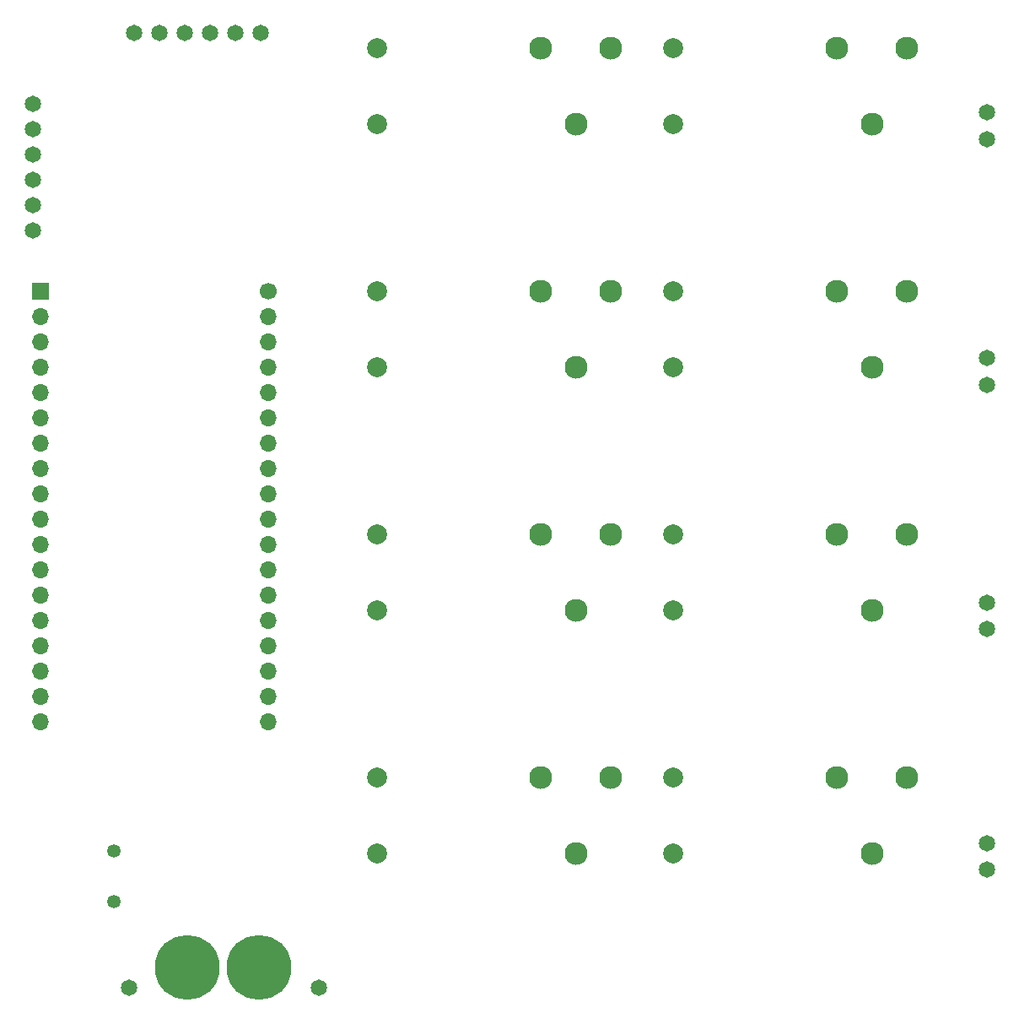
<source format=gbr>
%TF.GenerationSoftware,KiCad,Pcbnew,(5.1.9)-1*%
%TF.CreationDate,2021-06-30T11:05:27-04:00*%
%TF.ProjectId,charging_board_relay,63686172-6769-46e6-975f-626f6172645f,rev?*%
%TF.SameCoordinates,Original*%
%TF.FileFunction,Soldermask,Bot*%
%TF.FilePolarity,Negative*%
%FSLAX46Y46*%
G04 Gerber Fmt 4.6, Leading zero omitted, Abs format (unit mm)*
G04 Created by KiCad (PCBNEW (5.1.9)-1) date 2021-06-30 11:05:27*
%MOMM*%
%LPD*%
G01*
G04 APERTURE LIST*
%ADD10C,2.000000*%
%ADD11C,2.300000*%
%ADD12C,1.350000*%
%ADD13C,1.651000*%
%ADD14C,6.500000*%
%ADD15O,1.700000X1.700000*%
%ADD16R,1.700000X1.700000*%
%ADD17C,1.700000*%
G04 APERTURE END LIST*
D10*
%TO.C,K3*%
X100584000Y-110490000D03*
X100584000Y-102890000D03*
D11*
X120584000Y-110490000D03*
X117084000Y-102890000D03*
X124084000Y-102890000D03*
%TD*%
D12*
%TO.C,F1*%
X74168000Y-139700000D03*
X74168000Y-134620000D03*
%TD*%
D13*
%TO.C,J1*%
X75692000Y-148336000D03*
%TD*%
D14*
%TO.C,J2*%
X81534000Y-146304000D03*
X88784000Y-146304000D03*
%TD*%
D13*
%TO.C,J3*%
X94742000Y-148336000D03*
%TD*%
%TO.C,J4*%
X66040000Y-72390000D03*
X66040000Y-69850000D03*
X66040000Y-67310000D03*
X66040000Y-64770000D03*
X66040000Y-62230000D03*
X66040000Y-59690000D03*
%TD*%
%TO.C,J5*%
X88900000Y-52578000D03*
X86360000Y-52578000D03*
X83820000Y-52578000D03*
X81280000Y-52578000D03*
X78740000Y-52578000D03*
X76200000Y-52578000D03*
%TD*%
D11*
%TO.C,K1*%
X124084000Y-54122000D03*
X117084000Y-54122000D03*
X120584000Y-61722000D03*
D10*
X100584000Y-54122000D03*
X100584000Y-61722000D03*
%TD*%
D11*
%TO.C,K2*%
X124084000Y-78506000D03*
X117084000Y-78506000D03*
X120584000Y-86106000D03*
D10*
X100584000Y-78506000D03*
X100584000Y-86106000D03*
%TD*%
%TO.C,K4*%
X100584000Y-134874000D03*
X100584000Y-127274000D03*
D11*
X120584000Y-134874000D03*
X117084000Y-127274000D03*
X124084000Y-127274000D03*
%TD*%
%TO.C,K5*%
X153802000Y-54122000D03*
X146802000Y-54122000D03*
X150302000Y-61722000D03*
D10*
X130302000Y-54122000D03*
X130302000Y-61722000D03*
%TD*%
%TO.C,K7*%
X130302000Y-110490000D03*
X130302000Y-102890000D03*
D11*
X150302000Y-110490000D03*
X146802000Y-102890000D03*
X153802000Y-102890000D03*
%TD*%
D10*
%TO.C,K8*%
X130302000Y-134874000D03*
X130302000Y-127274000D03*
D11*
X150302000Y-134874000D03*
X146802000Y-127274000D03*
X153802000Y-127274000D03*
%TD*%
D15*
%TO.C,U1*%
X66802000Y-121666000D03*
X66802000Y-119126000D03*
X66802000Y-116586000D03*
X66802000Y-114046000D03*
X66802000Y-111506000D03*
X66802000Y-108966000D03*
X66802000Y-106426000D03*
X66802000Y-103886000D03*
X66802000Y-101346000D03*
X66802000Y-98806000D03*
X66802000Y-96266000D03*
X66802000Y-93726000D03*
X66802000Y-91186000D03*
X66802000Y-88646000D03*
X66802000Y-86106000D03*
X66802000Y-83566000D03*
X66802000Y-81026000D03*
D16*
X66802000Y-78486000D03*
D15*
X89662000Y-81026000D03*
X89662000Y-114046000D03*
X89662000Y-93726000D03*
X89662000Y-106426000D03*
X89662000Y-119126000D03*
X89662000Y-108966000D03*
X89662000Y-91186000D03*
X89662000Y-96266000D03*
X89662000Y-116586000D03*
X89662000Y-121666000D03*
D17*
X89662000Y-78486000D03*
D15*
X89662000Y-83566000D03*
X89662000Y-103886000D03*
X89662000Y-101346000D03*
X89662000Y-111506000D03*
X89662000Y-86106000D03*
X89662000Y-88646000D03*
X89662000Y-98806000D03*
%TD*%
D13*
%TO.C,J6*%
X161798000Y-63246000D03*
X161798000Y-60579000D03*
%TD*%
%TO.C,J7*%
X161798000Y-85217000D03*
X161798000Y-87884000D03*
%TD*%
%TO.C,J8*%
X161798000Y-109728000D03*
X161798000Y-112395000D03*
%TD*%
%TO.C,J9*%
X161798000Y-136525000D03*
X161798000Y-133858000D03*
%TD*%
D10*
%TO.C,K6*%
X130302000Y-86106000D03*
X130302000Y-78506000D03*
D11*
X150302000Y-86106000D03*
X146802000Y-78506000D03*
X153802000Y-78506000D03*
%TD*%
M02*

</source>
